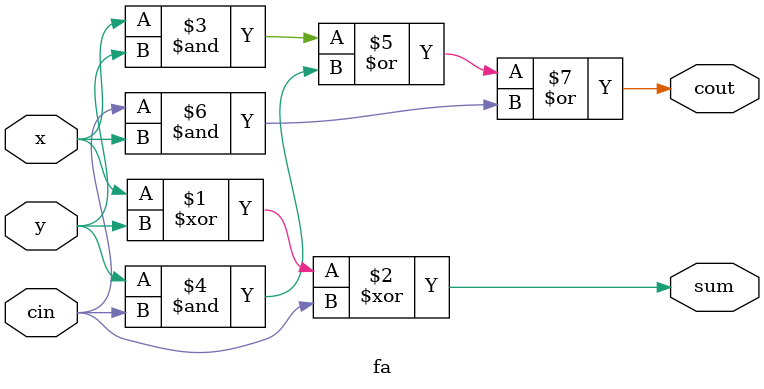
<source format=v>
module top_module (
    input [3:0] x,
    input [3:0] y, 
    output [4:0] sum);
     //assign sum=x+y;
    wire cin,cout,c1,c2,c3;
    fa x1(.x(x[0]),.y(y[0]),.cin(cin),.sum(sum[0]),.cout(c1));
    fa x2(.x(x[1]),.y(y[1]),.cin(c1),.sum(sum[1]),.cout(c2));
    fa x3(.x(x[2]),.y(y[2]),.cin(c2),.sum(sum[2]),.cout(c3));
    fa x4(.x(x[3]),.y(y[3]),.cin(c3),.sum(sum[3]),.cout(sum[4]));
    
endmodule
module fa(input x,y,cin,output cout,sum);
    assign sum =(x^y^cin);
    assign cout=((x&y)|(y&cin)|(cin&x));
endmodule 
    

</source>
